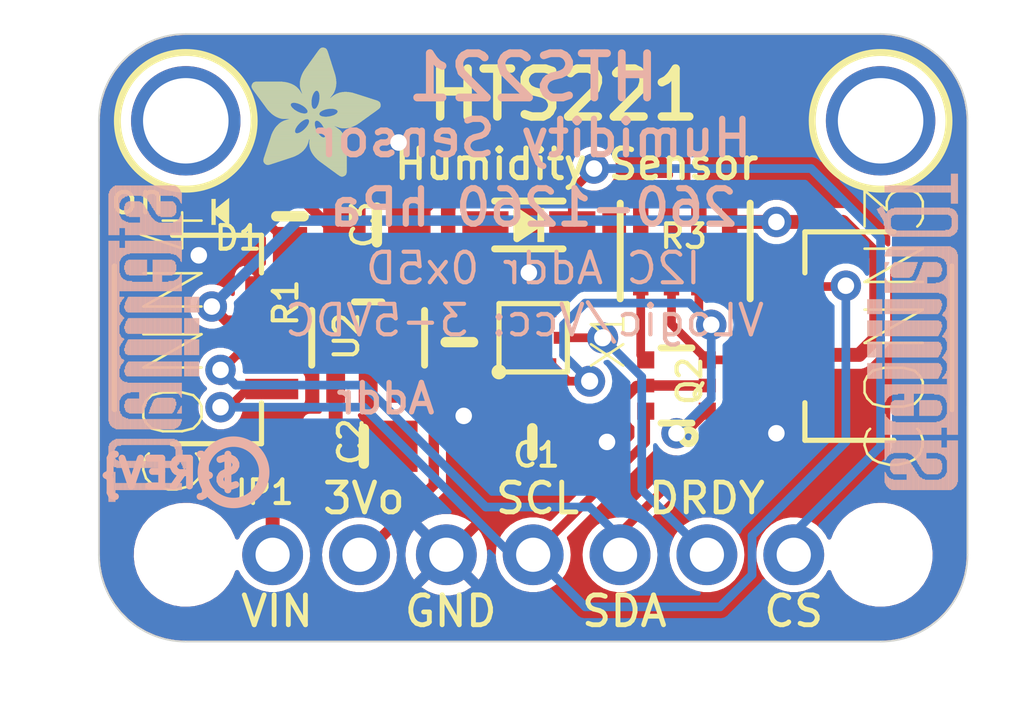
<source format=kicad_pcb>
(kicad_pcb (version 20221018) (generator pcbnew)
  (layers (0 "F.Cu" signal) (31 "B.Cu" signal) (34 "B.Paste" user) (35 "F.Paste" user) (36 "B.SilkS" user "B.Silkscreen") (37 "F.SilkS" user "F.Silkscreen") (38 "B.Mask" user) (39 "F.Mask" user) (44 "Edge.Cuts" user))
  (net 0 "")
  (net 1 "GND")
  (net 2 "3.3V")
  (net 3 "VCC")
  (net 4 "N$1")
  (net 5 "SDA_3V")
  (net 6 "SCL_3V")
  (net 7 "CS_3V")
  (net 8 "SDA")
  (net 9 "SCL")
  (net 10 "CS")
  (net 11 "DRDY")
  (footprint "working:SOT23-5" (layer "F.Cu") (at 143.6751 105.0036)
    (fp_text reference "U2" (at -0.635 -0.816 90) (layer "F.SilkS") (effects (font (size 0.692831 0.692831) (thickness 0.119969)) (justify right)))
    (fp_text value "AP2112K-3.3")
    (pad "1" smd rect (at -0.95 1.3001) (size 0.55 1.2) (layers "F.Cu" "F.Paste" "F.Mask") (net 3 "VCC"))
    (pad "2" smd rect (at 0 1.3001) (size 0.55 1.2) (layers "F.Cu" "F.Paste" "F.Mask") (net 1 "GND"))
    (pad "3" smd rect (at 0.95 1.3001) (size 0.55 1.2) (layers "F.Cu" "F.Paste" "F.Mask") (net 3 "VCC"))
    (pad "4" smd rect (at 0.95 -1.3001) (size 0.55 1.2) (layers "F.Cu" "F.Paste" "F.Mask"))
    (pad "5" smd rect (at -0.95 -1.3001) (size 0.55 1.2) (layers "F.Cu" "F.Paste" "F.Mask") (net 2 "3.3V"))
  )
  (footprint "working:MOUNTINGHOLE_2.5_PLATED" (layer "F.Cu") (at 158.6611 98.6536)
    (fp_text reference "U$17" hide)
    (fp_text value "MOUNTINGHOLE2.5" hide)
    (pad "P$1" thru_hole circle (at 0 0) (size 3.2 3.2) (drill 2.5) (layers "*.Cu" "*.Mask"))
    (zone (net 0) (net_name "") (layer "F.Cu") (connect_pads (clearance 0)) (min_thickness 0.25)
      (keepout (tracks not_allowed) (vias not_allowed) (pads not_allowed) (copperpour not_allowed) (footprints allowed))
      (fill (thermal_gap 0.5) (thermal_bridge_width 0.5))
      (polygon (pts (xy 160.6771 98.6536) (xy 160.65748 98.373027) (xy 160.599004 98.097915) (xy 160.502808 97.833619) (xy 160.370765 97.585283) (xy 160.205446 97.35774) (xy 160.010067 97.15542) (xy 159.788433 96.98226) (xy 159.544856 96.841631) (xy 159.284078 96.73627) (xy 159.011175 96.668228) (xy 158.731457 96.638828) (xy 158.450371 96.648644) (xy 158.173385 96.697484) (xy 157.905893 96.784397) (xy 157.6531 96.907693) (xy 157.419926 97.06497) (xy 157.210911 97.253169) (xy 157.030122 97.468625) (xy 156.881078 97.707145) (xy 156.76668 97.964087) (xy 156.689154 98.23445) (xy 156.650011 98.512971) (xy 156.650011 98.794229) (xy 156.689154 99.07275) (xy 156.76668 99.343113) (xy 156.881078 99.600055) (xy 157.030122 99.838575) (xy 157.210911 100.054031) (xy 157.419926 100.24223) (xy 157.6531 100.399507) (xy 157.905893 100.522803) (xy 158.173385 100.609716) (xy 158.450371 100.658556) (xy 158.731457 100.668372) (xy 159.011175 100.638972) (xy 159.284078 100.57093) (xy 159.544856 100.465569) (xy 159.788433 100.32494) (xy 160.010067 100.15178) (xy 160.205446 99.94946) (xy 160.370765 99.721917) (xy 160.502808 99.473581) (xy 160.599004 99.209285) (xy 160.65748 98.934173)))
      (polygon (pts (xy 158.6451 98.6536) (xy 158.649786 98.664914) (xy 158.6611 98.6696) (xy 158.672414 98.664914) (xy 158.6771 98.6536) (xy 158.672414 98.642286) (xy 158.6611 98.6376) (xy 158.649786 98.642286)))
    )
    (zone (net 0) (net_name "") (layer "B.Cu") (connect_pads (clearance 0)) (min_thickness 0.25)
      (keepout (tracks not_allowed) (vias not_allowed) (pads not_allowed) (copperpour not_allowed) (footprints allowed))
      (fill (thermal_gap 0.5) (thermal_bridge_width 0.5))
      (polygon (pts (xy 160.6771 98.6536) (xy 160.65748 98.373027) (xy 160.599004 98.097915) (xy 160.502808 97.833619) (xy 160.370765 97.585283) (xy 160.205446 97.35774) (xy 160.010067 97.15542) (xy 159.788433 96.98226) (xy 159.544856 96.841631) (xy 159.284078 96.73627) (xy 159.011175 96.668228) (xy 158.731457 96.638828) (xy 158.450371 96.648644) (xy 158.173385 96.697484) (xy 157.905893 96.784397) (xy 157.6531 96.907693) (xy 157.419926 97.06497) (xy 157.210911 97.253169) (xy 157.030122 97.468625) (xy 156.881078 97.707145) (xy 156.76668 97.964087) (xy 156.689154 98.23445) (xy 156.650011 98.512971) (xy 156.650011 98.794229) (xy 156.689154 99.07275) (xy 156.76668 99.343113) (xy 156.881078 99.600055) (xy 157.030122 99.838575) (xy 157.210911 100.054031) (xy 157.419926 100.24223) (xy 157.6531 100.399507) (xy 157.905893 100.522803) (xy 158.173385 100.609716) (xy 158.450371 100.658556) (xy 158.731457 100.668372) (xy 159.011175 100.638972) (xy 159.284078 100.57093) (xy 159.544856 100.465569) (xy 159.788433 100.32494) (xy 160.010067 100.15178) (xy 160.205446 99.94946) (xy 160.370765 99.721917) (xy 160.502808 99.473581) (xy 160.599004 99.209285) (xy 160.65748 98.934173)))
      (polygon (pts (xy 158.6451 98.6536) (xy 158.649786 98.664914) (xy 158.6611 98.6696) (xy 158.672414 98.664914) (xy 158.6771 98.6536) (xy 158.672414 98.642286) (xy 158.6611 98.6376) (xy 158.649786 98.642286)))
    )
  )
  (footprint "" (layer "F.Cu") (at 138.3411 111.3536)
    (fp_text reference "@HOLE0" hide)
    (fp_text value "" (at 0 0) (layer "F.SilkS") (effects (font (size 1.27 1.27))))
    (pad "" np_thru_hole circle (at 0 0) (size 2.54 2.54) (drill 2.54) (layers "*.Cu" "*.Mask"))
  )
  (footprint "working:0603-NO" (layer "F.Cu") (at 148.4757 108.0516)
    (fp_text reference "C1" (at -0.635 0.381) (layer "F.SilkS") (effects (font (size 0.692831 0.692831) (thickness 0.119969)) (justify left)))
    (fp_text value "0.1uF")
    (pad "1" smd rect (at -0.85 0) (size 1.075 1) (layers "F.Cu" "F.Paste" "F.Mask") (net 2 "3.3V"))
    (pad "2" smd rect (at 0.85 0) (size 1.075 1) (layers "F.Cu" "F.Paste" "F.Mask") (net 1 "GND"))
  )
  (footprint "working:1X07_ROUND_70" (layer "F.Cu") (at 148.5011 111.3536)
    (fp_text reference "JP1" (at -8.9662 -1.8288) (layer "F.SilkS") (effects (font (size 0.692831 0.692831) (thickness 0.119969)) (justify left)))
    (fp_text value "")
    (pad "1" thru_hole circle (at -7.62 0 90) (size 1.778 1.778) (drill 1) (layers "*.Cu" "*.Mask") (net 3 "VCC"))
    (pad "2" thru_hole circle (at -5.08 0 90) (size 1.778 1.778) (drill 1) (layers "*.Cu" "*.Mask") (net 2 "3.3V"))
    (pad "3" thru_hole circle (at -2.54 0 90) (size 1.778 1.778) (drill 1) (layers "*.Cu" "*.Mask") (net 1 "GND"))
    (pad "4" thru_hole circle (at 0 0 90) (size 1.778 1.778) (drill 1) (layers "*.Cu" "*.Mask") (net 9 "SCL"))
    (pad "5" thru_hole circle (at 2.54 0 90) (size 1.778 1.778) (drill 1) (layers "*.Cu" "*.Mask") (net 8 "SDA"))
    (pad "6" thru_hole circle (at 5.08 0 90) (size 1.778 1.778) (drill 1) (layers "*.Cu" "*.Mask") (net 11 "DRDY"))
    (pad "7" thru_hole circle (at 7.62 0 90) (size 1.778 1.778) (drill 1) (layers "*.Cu" "*.Mask") (net 10 "CS"))
  )
  (footprint "working:JST_SH4" (layer "F.Cu") (at 138.3411 105.0036 -90)
    (fp_text reference "CONN4" (at -3.965 0.323 90) (layer "F.SilkS") (effects (font (size 1.703222 1.703222) (thickness 0.074778)) (justify right)))
    (fp_text value "STEMMA_I2C_QT" hide)
    (pad "1" smd rect (at -1.5 -2.514) (size 1.55 0.6) (layers "F.Cu" "F.Paste" "F.Mask") (net 1 "GND"))
    (pad "2" smd rect (at -0.5 -2.514) (size 1.55 0.6) (layers "F.Cu" "F.Paste" "F.Mask") (net 3 "VCC"))
    (pad "3" smd rect (at 0.5 -2.514) (size 1.55 0.6) (layers "F.Cu" "F.Paste" "F.Mask") (net 8 "SDA"))
    (pad "4" smd rect (at 1.5 -2.514) (size 1.55 0.6) (layers "F.Cu" "F.Paste" "F.Mask") (net 9 "SCL"))
    (pad "MT1" smd rect (at -2.8 1.386) (size 1.8 1.2) (layers "F.Cu" "F.Paste" "F.Mask"))
    (pad "MT2" smd rect (at 2.8 1.386) (size 1.8 1.2) (layers "F.Cu" "F.Paste" "F.Mask"))
  )
  (footprint "working:MOUNTINGHOLE_2.5_PLATED" (layer "F.Cu") (at 138.3411 98.6536)
    (fp_text reference "U$1" hide)
    (fp_text value "MOUNTINGHOLE2.5" hide)
    (pad "P$1" thru_hole circle (at 0 0) (size 3.2 3.2) (drill 2.5) (layers "*.Cu" "*.Mask"))
    (zone (net 0) (net_name "") (layer "F.Cu") (connect_pads (clearance 0)) (min_thickness 0.25)
      (keepout (tracks not_allowed) (vias not_allowed) (pads not_allowed) (copperpour not_allowed) (footprints allowed))
      (fill (thermal_gap 0.5) (thermal_bridge_width 0.5))
      (polygon (pts (xy 140.3571 98.6536) (xy 140.33748 98.373027) (xy 140.279004 98.097915) (xy 140.182808 97.833619) (xy 140.050765 97.585283) (xy 139.885446 97.35774) (xy 139.690067 97.15542) (xy 139.468433 96.98226) (xy 139.224856 96.841631) (xy 138.964078 96.73627) (xy 138.691175 96.668228) (xy 138.411457 96.638828) (xy 138.130371 96.648644) (xy 137.853385 96.697484) (xy 137.585893 96.784397) (xy 137.3331 96.907693) (xy 137.099926 97.06497) (xy 136.890911 97.253169) (xy 136.710122 97.468625) (xy 136.561078 97.707145) (xy 136.44668 97.964087) (xy 136.369154 98.23445) (xy 136.330011 98.512971) (xy 136.330011 98.794229) (xy 136.369154 99.07275) (xy 136.44668 99.343113) (xy 136.561078 99.600055) (xy 136.710122 99.838575) (xy 136.890911 100.054031) (xy 137.099926 100.24223) (xy 137.3331 100.399507) (xy 137.585893 100.522803) (xy 137.853385 100.609716) (xy 138.130371 100.658556) (xy 138.411457 100.668372) (xy 138.691175 100.638972) (xy 138.964078 100.57093) (xy 139.224856 100.465569) (xy 139.468433 100.32494) (xy 139.690067 100.15178) (xy 139.885446 99.94946) (xy 140.050765 99.721917) (xy 140.182808 99.473581) (xy 140.279004 99.209285) (xy 140.33748 98.934173)))
      (polygon (pts (xy 138.3251 98.6536) (xy 138.329786 98.664914) (xy 138.3411 98.6696) (xy 138.352414 98.664914) (xy 138.3571 98.6536) (xy 138.352414 98.642286) (xy 138.3411 98.6376) (xy 138.329786 98.642286)))
    )
    (zone (net 0) (net_name "") (layer "B.Cu") (connect_pads (clearance 0)) (min_thickness 0.25)
      (keepout (tracks not_allowed) (vias not_allowed) (pads not_allowed) (copperpour not_allowed) (footprints allowed))
      (fill (thermal_gap 0.5) (thermal_bridge_width 0.5))
      (polygon (pts (xy 140.3571 98.6536) (xy 140.33748 98.373027) (xy 140.279004 98.097915) (xy 140.182808 97.833619) (xy 140.050765 97.585283) (xy 139.885446 97.35774) (xy 139.690067 97.15542) (xy 139.468433 96.98226) (xy 139.224856 96.841631) (xy 138.964078 96.73627) (xy 138.691175 96.668228) (xy 138.411457 96.638828) (xy 138.130371 96.648644) (xy 137.853385 96.697484) (xy 137.585893 96.784397) (xy 137.3331 96.907693) (xy 137.099926 97.06497) (xy 136.890911 97.253169) (xy 136.710122 97.468625) (xy 136.561078 97.707145) (xy 136.44668 97.964087) (xy 136.369154 98.23445) (xy 136.330011 98.512971) (xy 136.330011 98.794229) (xy 136.369154 99.07275) (xy 136.44668 99.343113) (xy 136.561078 99.600055) (xy 136.710122 99.838575) (xy 136.890911 100.054031) (xy 137.099926 100.24223) (xy 137.3331 100.399507) (xy 137.585893 100.522803) (xy 137.853385 100.609716) (xy 138.130371 100.658556) (xy 138.411457 100.668372) (xy 138.691175 100.638972) (xy 138.964078 100.57093) (xy 139.224856 100.465569) (xy 139.468433 100.32494) (xy 139.690067 100.15178) (xy 139.885446 99.94946) (xy 140.050765 99.721917) (xy 140.182808 99.473581) (xy 140.279004 99.209285) (xy 140.33748 98.934173)))
      (polygon (pts (xy 138.3251 98.6536) (xy 138.329786 98.664914) (xy 138.3411 98.6696) (xy 138.352414 98.664914) (xy 138.3571 98.6536) (xy 138.352414 98.642286) (xy 138.3411 98.6376) (xy 138.329786 98.642286)))
    )
  )
  (footprint "working:0603-NO" (layer "F.Cu") (at 146.3421 105.1306 -90)
    (fp_text reference "R5" hide)
    (fp_text value "10K")
    (pad "1" smd rect (at -0.85 0 270) (size 1.075 1) (layers "F.Cu" "F.Paste" "F.Mask") (net 7 "CS_3V"))
    (pad "2" smd rect (at 0.85 0 270) (size 1.075 1) (layers "F.Cu" "F.Paste" "F.Mask") (net 2 "3.3V"))
  )
  (footprint "working:CHIPLED_0603_NOOUTLINE" (layer "F.Cu") (at 139.3571 101.3206 90)
    (fp_text reference "D1" (at -0.762 1.27) (layer "F.SilkS") (effects (font (size 0.692831 0.692831) (thickness 0.119969)) (justify right)))
    (fp_text value "GREEN")
    (pad "A" smd rect (at 0 0.75 90) (size 0.8 0.8) (layers "F.Cu" "F.Paste" "F.Mask") (net 4 "N$1"))
    (pad "C" smd rect (at 0 -0.75 90) (size 0.8 0.8) (layers "F.Cu" "F.Paste" "F.Mask") (net 1 "GND"))
  )
  (footprint "working:FIDUCIAL_1MM" (layer "F.Cu") (at 155.4861 97.5995)
    (fp_text reference "FID4" hide)
    (fp_text value "FIDUCIAL_1MM" hide)
    (pad "1" smd roundrect (at 0 0) (size 1 1) (layers "F.Cu" "F.Mask") (roundrect_rratio 0.5))
  )
  (footprint "working:HLGA-6L" (layer "F.Cu") (at 148.5011 105.0036 90)
    (fp_text reference "X1" (at -1 2.2 90) (layer "F.SilkS") (effects (font (size 0.941222 0.941222) (thickness 0.074778)) (justify left)))
    (fp_text value "HTS221")
    (pad "1" smd rect (at -0.75 -0.5 270) (size 0.3 0.35) (layers "F.Cu" "F.Paste" "F.Mask") (net 2 "3.3V"))
    (pad "2" smd rect (at -0.75 0.5 270) (size 0.3 0.35) (layers "F.Cu" "F.Paste" "F.Mask") (net 6 "SCL_3V"))
    (pad "3" smd rect (at 0 0.75 180) (size 0.3 0.35) (layers "F.Cu" "F.Paste" "F.Mask") (net 11 "DRDY"))
    (pad "4" smd rect (at 0.75 0.5 270) (size 0.3 0.35) (layers "F.Cu" "F.Paste" "F.Mask") (net 5 "SDA_3V"))
    (pad "5" smd rect (at 0.75 -0.5 270) (size 0.3 0.35) (layers "F.Cu" "F.Paste" "F.Mask") (net 1 "GND"))
    (pad "6" smd rect (at 0 -0.75 180) (size 0.3 0.35) (layers "F.Cu" "F.Paste" "F.Mask") (net 7 "CS_3V"))
  )
  (footprint "working:0805-NO" (layer "F.Cu") (at 143.5481 108.1786)
    (fp_text reference "C2" (at -0.381 -0.889 90) (layer "F.SilkS") (effects (font (size 0.692831 0.692831) (thickness 0.119969)) (justify right)))
    (fp_text value "10uF")
    (pad "1" smd rect (at -0.95 0) (size 1.24 1.5) (layers "F.Cu" "F.Paste" "F.Mask") (net 3 "VCC"))
    (pad "2" smd rect (at 0.95 0) (size 1.24 1.5) (layers "F.Cu" "F.Paste" "F.Mask") (net 1 "GND"))
  )
  (footprint "working:0805-NO" (layer "F.Cu") (at 143.9291 101.7016)
    (fp_text reference "C3" (at -0.381 -0.762 90) (layer "F.SilkS") (effects (font (size 0.692831 0.692831) (thickness 0.119969)) (justify right)))
    (fp_text value "10uF")
    (pad "1" smd rect (at -0.95 0) (size 1.24 1.5) (layers "F.Cu" "F.Paste" "F.Mask") (net 2 "3.3V"))
    (pad "2" smd rect (at 0.95 0) (size 1.24 1.5) (layers "F.Cu" "F.Paste" "F.Mask") (net 1 "GND"))
  )
  (footprint "working:SOD-323" (layer "F.Cu") (at 148.3741 101.7016 180)
    (fp_text reference "D2" hide)
    (fp_text value "1N4148")
    (pad "A" smd rect (at 1.27 0 180) (size 1.35 0.8) (layers "F.Cu" "F.Paste" "F.Mask") (net 7 "CS_3V"))
    (pad "C" smd rect (at -1.27 0 180) (size 1.35 0.8) (layers "F.Cu" "F.Paste" "F.Mask") (net 10 "CS"))
  )
  (footprint "working:ADAFRUIT_3.5MM" (layer "F.Cu") (at 140.2461 100.3046)
    (fp_text reference "U$4" hide)
    (fp_text value "" hide)
  )
  (footprint "" (layer "F.Cu") (at 158.6611 111.3536)
    (fp_text reference "@HOLE1" hide)
    (fp_text value "" (at 0 0) (layer "F.SilkS") (effects (font (size 1.27 1.27))))
    (pad "" np_thru_hole circle (at 0 0) (size 2.54 2.54) (drill 2.54) (layers "*.Cu" "*.Mask"))
  )
  (footprint "working:RESPACK_4X0603" (layer "F.Cu") (at 152.9461 102.4636 180)
    (fp_text reference "R3" (at -0.711 0.432) (layer "F.SilkS") (effects (font (size 0.692831 0.692831) (thickness 0.119969)) (justify right)))
    (fp_text value "10K")
    (pad "1" smd rect (at -1.3 0.85 180) (size 0.45 0.9) (layers "F.Cu" "F.Paste" "F.Mask") (net 3 "VCC"))
    (pad "2" smd rect (at -0.4 0.85 180) (size 0.45 0.9) (layers "F.Cu" "F.Paste" "F.Mask") (net 2 "3.3V"))
    (pad "3" smd rect (at 0.4 0.85 180) (size 0.45 0.9) (layers "F.Cu" "F.Paste" "F.Mask") (net 3 "VCC"))
    (pad "4" smd rect (at 1.3 0.85 180) (size 0.45 0.9) (layers "F.Cu" "F.Paste" "F.Mask") (net 2 "3.3V"))
    (pad "5" smd rect (at 1.3 -0.85 180) (size 0.45 0.9) (layers "F.Cu" "F.Paste" "F.Mask") (net 5 "SDA_3V"))
    (pad "6" smd rect (at 0.4 -0.85 180) (size 0.45 0.9) (layers "F.Cu" "F.Paste" "F.Mask") (net 8 "SDA"))
    (pad "7" smd rect (at -0.4 -0.85 180) (size 0.45 0.9) (layers "F.Cu" "F.Paste" "F.Mask") (net 6 "SCL_3V"))
    (pad "8" smd rect (at -1.3 -0.85 180) (size 0.45 0.9) (layers "F.Cu" "F.Paste" "F.Mask") (net 9 "SCL"))
  )
  (footprint "working:FIDUCIAL_1MM" (layer "F.Cu") (at 136.8171 109.5121)
    (fp_text reference "FID3" hide)
    (fp_text value "FIDUCIAL_1MM" hide)
    (pad "1" smd roundrect (at 0 0) (size 1 1) (layers "F.Cu" "F.Mask") (roundrect_rratio 0.5))
  )
  (footprint "working:0603-NO" (layer "F.Cu") (at 141.3891 101.4476 -90)
    (fp_text reference "R1" (at 1.778 0.127 90) (layer "F.SilkS") (effects (font (size 0.692831 0.692831) (thickness 0.119969)) (justify right)))
    (fp_text value "10K")
    (pad "1" smd rect (at -0.85 0 270) (size 1.075 1) (layers "F.Cu" "F.Paste" "F.Mask") (net 2 "3.3V"))
    (pad "2" smd rect (at 0.85 0 270) (size 1.075 1) (layers "F.Cu" "F.Paste" "F.Mask") (net 4 "N$1"))
  )
  (footprint "working:SOT363" (layer "F.Cu") (at 152.6921 106.4006 90)
    (fp_text reference "Q2" (at -0.635 0.381 90) (layer "F.SilkS") (effects (font (size 0.692831 0.692831) (thickness 0.119969)) (justify left)))
    (fp_text value "BSS138")
    (pad "1" smd rect (at -0.75 0.9 90) (size 0.5 0.5) (layers "F.Cu" "F.Paste" "F.Mask") (net 6 "SCL_3V"))
    (pad "2" smd rect (at 0 0.9 90) (size 0.4 0.5) (layers "F.Cu" "F.Paste" "F.Mask") (net 2 "3.3V"))
    (pad "3" smd rect (at 0.75 0.9 90) (size 0.5 0.5) (layers "F.Cu" "F.Paste" "F.Mask") (net 8 "SDA"))
    (pad "4" smd rect (at 0.75 -0.9 90) (size 0.5 0.5) (layers "F.Cu" "F.Paste" "F.Mask") (net 5 "SDA_3V"))
    (pad "5" smd rect (at 0 -0.9 90) (size 0.4 0.5) (layers "F.Cu" "F.Paste" "F.Mask") (net 2 "3.3V"))
    (pad "6" smd rect (at -0.75 -0.9 90) (size 0.5 0.5) (layers "F.Cu" "F.Paste" "F.Mask") (net 9 "SCL"))
  )
  (footprint "working:JST_SH4" (layer "F.Cu") (at 158.6611 105.0036 90)
    (fp_text reference "CONN3" (at -4.092 0.45 90) (layer "F.SilkS") (effects (font (size 1.703222 1.703222) (thickness 0.074778)) (justify left)))
    (fp_text value "STEMMA_I2C_QT" hide)
    (pad "1" smd rect (at -1.5 -2.514 180) (size 1.55 0.6) (layers "F.Cu" "F.Paste" "F.Mask") (net 1 "GND"))
    (pad "2" smd rect (at -0.5 -2.514 180) (size 1.55 0.6) (layers "F.Cu" "F.Paste" "F.Mask") (net 3 "VCC"))
    (pad "3" smd rect (at 0.5 -2.514 180) (size 1.55 0.6) (layers "F.Cu" "F.Paste" "F.Mask") (net 8 "SDA"))
    (pad "4" smd rect (at 1.5 -2.514 180) (size 1.55 0.6) (layers "F.Cu" "F.Paste" "F.Mask") (net 9 "SCL"))
    (pad "MT1" smd rect (at -2.8 1.386 180) (size 1.8 1.2) (layers "F.Cu" "F.Paste" "F.Mask"))
    (pad "MT2" smd rect (at 2.8 1.386 180) (size 1.8 1.2) (layers "F.Cu" "F.Paste" "F.Mask"))
  )
  (footprint "working:PCBFEAT-REV-040" (layer "B.Cu") (at 139.7381 108.9406 180)
    (fp_text reference "U$25" hide)
    (fp_text value "" hide)
    (fp_text user "${REV}" (at -0.3556 -0.508) (layer "B.SilkS") (effects (font (size 0.8128 0.8128) (thickness 0.2032)) (justify left bottom mirror)))
  )
  (footprint "working:STEMMAQT" (layer "B.Cu") (at 158.2801 109.4486 90)
    (fp_text reference "U$30" hide)
    (fp_text value "" hide)
  )
  (footprint "working:STEMMAQT" (layer "B.Cu") (at 138.7221 100.5586 -90)
    (fp_text reference "U$31" hide)
    (fp_text value "" hide)
  )
  (gr_arc (start 161.2011 111.3536) (mid 160.457151 113.149651) (end 158.6611 113.8936) (stroke (width 0.05)) (layer "Edge.Cuts"))
  (gr_line (start 161.2011 111.3536) (end 161.2011 98.6536) (stroke (width 0.05)) (layer "Edge.Cuts"))
  (gr_line (start 158.6611 96.1136) (end 138.3411 96.1136) (stroke (width 0.05)) (layer "Edge.Cuts"))
  (gr_line (start 138.3411 113.8936) (end 158.6611 113.8936) (stroke (width 0.05)) (layer "Edge.Cuts"))
  (gr_arc (start 158.6611 96.1136) (mid 160.457151 96.857549) (end 161.2011 98.6536) (stroke (width 0.05)) (layer "Edge.Cuts"))
  (gr_arc (start 135.8011 98.6536) (mid 136.545049 96.857549) (end 138.3411 96.1136) (stroke (width 0.05)) (layer "Edge.Cuts"))
  (gr_line (start 135.8011 98.6536) (end 135.8011 111.3536) (stroke (width 0.05)) (layer "Edge.Cuts"))
  (gr_arc (start 138.3411 113.8936) (mid 136.545049 113.149651) (end 135.8011 111.3536) (stroke (width 0.05)) (layer "Edge.Cuts"))
  (gr_text "I2C Addr 0x5D" (at 148.5011 102.9716) (layer "B.SilkS") (effects (font (size 0.89408 0.89408) (thickness 0.12192)) (justify mirror)))
  (gr_text "HTS221" (at 148.5011 97.3836) (layer "B.SilkS") (effects (font (size 1.2954 1.2954) (thickness 0.2286)) (justify mirror)))
  (gr_text "VLogic/Vcc: 3-5VDC" (at 148.2471 104.4956) (layer "B.SilkS") (effects (font (size 0.89408 0.89408) (thickness 0.12192)) (justify mirror)))
  (gr_text "260-1260 hPa" (at 148.5011 101.1936) (layer "B.SilkS") (effects (font (size 1.03632 1.03632) (thickness 0.18288)) (justify mirror)))
  (gr_text "Humidity Sensor" (at 148.5011 99.1616) (layer "B.SilkS") (effects (font (size 1.03632 1.03632) (thickness 0.18288)) (justify mirror)))
  (gr_text "Addr" (at 144.1831 106.7816) (layer "B.SilkS") (effects (font (size 0.8636 0.8636) (thickness 0.1524)) (justify mirror)))
  (gr_text "Humidity Sensor" (at 149.7711 99.9236) (layer "F.SilkS") (effects (font (size 0.8636 0.8636) (thickness 0.1524))))
  (gr_text "GND" (at 146.0881 113.0046) (layer "F.SilkS") (effects (font (size 0.87376 0.87376) (thickness 0.14224))))
  (gr_text "CS" (at 156.1211 113.0046) (layer "F.SilkS") (effects (font (size 0.87376 0.87376) (thickness 0.14224))))
  (gr_text "SCL" (at 148.6281 109.7026) (layer "F.SilkS") (effects (font (size 0.87376 0.87376) (thickness 0.14224))))
  (gr_text "SDA" (at 151.1681 113.0046) (layer "F.SilkS") (effects (font (size 0.87376 0.87376) (thickness 0.14224))))
  (gr_text "HTS221" (at 149.3901 97.8916) (layer "F.SilkS") (effects (font (size 1.40335 1.40335) (thickness 0.24765))))
  (gr_text "3Vo" (at 143.5481 109.7026) (layer "F.SilkS") (effects (font (size 0.87376 0.87376) (thickness 0.14224))))
  (gr_text "DRDY" (at 153.5811 109.7026) (layer "F.SilkS") (effects (font (size 0.87376 0.87376) (thickness 0.14224))))
  (gr_text "VIN" (at 141.0081 113.0046) (layer "F.SilkS") (effects (font (size 0.87376 0.87376) (thickness 0.14224))))
  (gr_text "on" (at 136.0551 101.4476) (layer "F.SilkS") (effects (font (size 0.89408 0.89408) (thickness 0.12192)) (justify left bottom)))
  (segment (start 143.6751 106.3037) (end 143.6751 107.3556) (width 0.4064) (layer "F.Cu") (net 1))
  (segment (start 143.6751 107.3556) (end 144.4981 108.1786) (width 0.4064) (layer "F.Cu") (net 1))
  (via (at 150.6601 108.0516) (size 0.889) (drill 0.4826) (layers "F.Cu" "B.Cu") (net 1))
  (via (at 138.7221 102.5906) (size 0.889) (drill 0.4826) (layers "F.Cu" "B.Cu") (net 1))
  (via (at 148.3741 103.0986) (size 0.889) (drill 0.4826) (layers "F.Cu" "B.Cu") (net 1))
  (via (at 155.6131 107.7976) (size 0.889) (drill 0.4826) (layers "F.Cu" "B.Cu") (net 1))
  (via (at 146.4691 107.2896) (size 0.889) (drill 0.4826) (layers "F.Cu" "B.Cu") (net 1))
  (via (at 144.5641 99.2886) (size 0.889) (drill 0.4826) (layers "F.Cu" "B.Cu") (net 1))
  (segment (start 142.7251 103.7035) (end 142.7251 101.9556) (width 0.4064) (layer "F.Cu") (net 2))
  (segment (start 151.7921 106.4006) (end 151.7747 106.418) (width 0.3048) (layer "F.Cu") (net 2))
  (segment (start 151.9301 100.6856) (end 151.6461 100.9696) (width 0.3048) (layer "F.Cu") (net 2))
  (segment (start 142.7251 101.9556) (end 142.9791 101.7016) (width 0.4064) (layer "F.Cu") (net 2))
  (segment (start 143.5481 111.3536) (end 143.4211 111.3536) (width 0.3048) (layer "F.Cu") (net 2))
  (segment (start 143.01 103.7035) (end 144.0053 104.6988) (width 0.3048) (layer "F.Cu") (net 2))
  (segment (start 141.3891 99.9236) (end 142.9131 98.3996) (width 0.3048) (layer "F.Cu") (net 2))
  (segment (start 151.5491 98.3996) (end 152.9461 99.7966) (width 0.3048) (layer "F.Cu") (net 2))
  (segment (start 142.7251 103.7035) (end 143.01 103.7035) (width 0.3048) (layer "F.Cu") (net 2))
  (segment (start 151.7747 106.418) (end 151.521806 106.418) (width 0.3048) (layer "F.Cu") (net 2))
  (segment (start 141.3891 100.5976) (end 141.3891 99.9236) (width 0.3048) (layer "F.Cu") (net 2))
  (segment (start 145.594234 105.624466) (end 145.594234 109.307466) (width 0.3048) (layer "F.Cu") (net 2))
  (segment (start 151.521806 106.418) (end 150.777206 107.1626) (width 0.3048) (layer "F.Cu") (net 2))
  (segment (start 144.668568 104.6988) (end 145.594234 105.624466) (width 0.3048) (layer "F.Cu") (net 2))
  (segment (start 142.4931 101.7016) (end 142.9791 101.7016) (width 0.3048) (layer "F.Cu") (net 2))
  (segment (start 144.0053 104.6988) (end 144.668568 104.6988) (width 0.3048) (layer "F.Cu") (net 2))
  (segment (start 145.594234 109.307466) (end 143.5481 111.3536) (width 0.3048) (layer "F.Cu") (net 2))
  (segment (start 145.594234 105.624466) (end 145.950368 105.9806) (width 0.3048) (layer "F.Cu") (net 2))
  (segment (start 153.3461 101.0856) (end 152.9461 100.6856) (width 0.3048) (layer "F.Cu") (net 2))
  (segment (start 141.3891 100.5976) (end 142.4931 101.7016) (width 0.3048) (layer "F.Cu") (net 2))
  (segment (start 148.0011 107.6762) (end 147.6257 108.0516) (width 0.3048) (layer "F.Cu") (net 2))
  (segment (start 152.9461 100.6856) (end 151.9301 100.6856) (width 0.3048) (layer "F.Cu") (net 2))
  (segment (start 152.9461 99.7966) (end 152.9461 100.6856) (width 0.3048) (layer "F.Cu") (net 2))
  (segment (start 153.3461 101.6136) (end 153.3461 101.0856) (width 0.3048) (layer "F.Cu") (net 2))
  (segment (start 148.0011 107.1626) (end 148.0011 107.6762) (width 0.3048) (layer "F.Cu") (net 2))
  (segment (start 142.9131 98.3996) (end 151.5491 98.3996) (width 0.3048) (layer "F.Cu") (net 2))
  (segment (start 151.7921 106.4006) (end 153.5921 106.4006) (width 0.3048) (layer "F.Cu") (net 2))
  (segment (start 148.0011 105.7536) (end 148.0011 107.1626) (width 0.3048) (layer "F.Cu") (net 2))
  (segment (start 147.8621 105.8926) (end 146.4301 105.8926) (width 0.3048) (layer "F.Cu") (net 2))
  (segment (start 151.6461 100.9696) (end 151.6461 101.6136) (width 0.3048) (layer "F.Cu") (net 2))
  (segment (start 145.950368 105.9806) (end 146.3421 105.9806) (width 0.3048) (layer "F.Cu") (net 2))
  (segment (start 148.0011 105.7536) (end 147.8621 105.8926) (width 0.3048) (layer "F.Cu") (net 2))
  (segment (start 146.3421 105.9806) (end 146.4301 105.8926) (width 0.3048) (layer "F.Cu") (net 2))
  (segment (start 150.777206 107.1626) (end 148.0011 107.1626) (width 0.3048) (layer "F.Cu") (net 2))
  (segment (start 158.0341 105.5036) (end 156.1471 105.5036) (width 0.4064) (layer "F.Cu") (net 3))
  (segment (start 158.5341 102.5906) (end 158.5341 105.0036) (width 0.4064) (layer "F.Cu") (net 3))
  (segment (start 139.5175 104.5036) (end 139.1031 104.0892) (width 0.3048) (layer "F.Cu") (net 3))
  (segment (start 142.7861 105.2576) (end 142.7251 105.3186) (width 0.4064) (layer "F.Cu") (net 3))
  (segment (start 152.5461 101.6136) (end 152.5461 102.1906) (width 0.3048) (layer "F.Cu") (net 3))
  (segment (start 140.8551 104.5036) (end 139.5175 104.5036) (width 0.3048) (layer "F.Cu") (net 3))
  (segment (start 142.7251 105.3186) (end 142.7251 106.3037) (width 0.4064) (layer "F.Cu") (net 3))
  (segment (start 144.6251 106.3037) (end 144.6251 105.4456) (width 0.4064) (layer "F.Cu") (net 3))
  (segment (start 142.7251 106.3037) (end 142.7251 108.0516) (width 0.4064) (layer "F.Cu") (net 3))
  (segment (start 140.8811 111.3536) (end 140.8811 109.8956) (width 0.4064) (layer "F.Cu") (net 3))
  (segment (start 141.9101 104.5036) (end 142.7251 105.3186) (width 0.4064) (layer "F.Cu") (net 3))
  (segment (start 140.8551 104.5036) (end 141.9101 104.5036) (width 0.4064) (layer "F.Cu") (net 3))
  (segment (start 154.2461 102.1796) (end 154.2461 101.6136) (width 0.3048) (layer "F.Cu") (net 3))
  (segment (start 153.9621 102.4636) (end 154.2461 102.1796) (width 0.3048) (layer "F.Cu") (net 3))
  (segment (start 157.5571 101.6136) (end 158.5341 102.5906) (width 0.4064) (layer "F.Cu") (net 3))
  (segment (start 158.5341 105.0036) (end 158.0341 105.5036) (width 0.4064) (layer "F.Cu") (net 3))
  (segment (start 155.6131 101.6136) (end 157.5571 101.6136) (width 0.4064) (layer "F.Cu") (net 3))
  (segment (start 152.8191 102.4636) (end 153.9621 102.4636) (width 0.3048) (layer "F.Cu") (net 3))
  (segment (start 144.6251 105.4456) (end 144.4371 105.2576) (width 0.4064) (layer "F.Cu") (net 3))
  (segment (start 140.8811 109.8956) (end 142.5981 108.1786) (width 0.4064) (layer "F.Cu") (net 3))
  (segment (start 154.2461 101.6136) (end 155.6131 101.6136) (width 0.4064) (layer "F.Cu") (net 3))
  (segment (start 142.7251 108.0516) (end 142.5981 108.1786) (width 0.4064) (layer "F.Cu") (net 3))
  (segment (start 152.5461 102.1906) (end 152.8191 102.4636) (width 0.3048) (layer "F.Cu") (net 3))
  (segment (start 144.4371 105.2576) (end 142.7861 105.2576) (width 0.4064) (layer "F.Cu") (net 3))
  (via (at 139.1031 104.0892) (size 0.889) (drill 0.4826) (layers "F.Cu" "B.Cu") (net 3))
  (via (at 155.6131 101.6136) (size 0.889) (drill 0.4826) (layers "F.Cu" "B.Cu") (net 3))
  (segment (start 139.1031 104.0892) (end 141.6177 101.5746) (width 0.3048) (layer "B.Cu") (net 3))
  (segment (start 155.6131 101.5746) (end 155.6131 101.6136) (width 0.3048) (layer "B.Cu") (net 3))
  (segment (start 141.6177 101.5746) (end 155.6131 101.5746) (width 0.3048) (layer "B.Cu") (net 3))
  (segment (start 140.1071 101.3206) (end 140.4121 101.3206) (width 0.254) (layer "F.Cu") (net 4))
  (segment (start 140.4121 101.3206) (end 141.3891 102.2976) (width 0.254) (layer "F.Cu") (net 4))
  (segment (start 149.0011 104.2536) (end 149.9411 103.3136) (width 0.254) (layer "F.Cu") (net 5))
  (segment (start 151.6461 105.5046) (end 151.7921 105.6506) (width 0.254) (layer "F.Cu") (net 5))
  (segment (start 149.9411 103.3136) (end 151.6461 103.3136) (width 0.254) (layer "F.Cu") (net 5))
  (segment (start 151.6461 103.3136) (end 151.6461 105.5046) (width 0.254) (layer "F.Cu") (net 5))
  (segment (start 153.3461 104.2606) (end 153.7081 104.6226) (width 0.254) (layer "F.Cu") (net 6))
  (segment (start 153.3461 103.3136) (end 153.3461 104.2606) (width 0.254) (layer "F.Cu") (net 6))
  (segment (start 152.9451 107.7976) (end 153.5921 107.1506) (width 0.254) (layer "F.Cu") (net 6))
  (segment (start 149.0011 105.7536) (end 149.5211 106.2736) (width 0.254) (layer "F.Cu") (net 6))
  (segment (start 152.6921 107.7976) (end 152.9451 107.7976) (width 0.254) (layer "F.Cu") (net 6))
  (segment (start 149.5211 106.2736) (end 150.1521 106.2736) (width 0.254) (layer "F.Cu") (net 6))
  (via (at 152.6921 107.7976) (size 0.889) (drill 0.4826) (layers "F.Cu" "B.Cu") (net 6))
  (via (at 153.7081 104.6226) (size 0.889) (drill 0.4826) (layers "F.Cu" "B.Cu") (net 6))
  (via (at 150.1521 106.2736) (size 0.9064) (drill 0.5) (layers "F.Cu" "B.Cu") (net 6))
  (segment (start 150.0251 103.9876) (end 153.0731 103.9876) (width 0.254) (layer "B.Cu") (net 6))
  (segment (start 149.3901 104.6226) (end 150.0251 103.9876) (width 0.254) (layer "B.Cu") (net 6))
  (segment (start 149.3901 105.5116) (end 149.3901 104.6226) (width 0.254) (layer "B.Cu") (net 6))
  (segment (start 150.1521 106.2736) (end 149.3901 105.5116) (width 0.254) (layer "B.Cu") (net 6))
  (segment (start 153.7081 104.6226) (end 153.7081 106.7816) (width 0.254) (layer "B.Cu") (net 6))
  (segment (start 153.7081 106.7816) (end 152.6921 107.7976) (width 0.254) (layer "B.Cu") (net 6))
  (segment (start 153.0731 103.9876) (end 153.7081 104.6226) (width 0.254) (layer "B.Cu") (net 6))
  (segment (start 146.3421 104.2806) (end 146.3421 102.4636) (width 0.254) (layer "F.Cu") (net 7))
  (segment (start 147.0161 104.2806) (end 146.3421 104.2806) (width 0.254) (layer "F.Cu") (net 7))
  (segment (start 147.7391 105.0036) (end 147.0161 104.2806) (width 0.254) (layer "F.Cu") (net 7))
  (segment (start 146.3421 102.4636) (end 147.1041 101.7016) (width 0.254) (layer "F.Cu") (net 7))
  (segment (start 147.7511 105.0036) (end 147.7391 105.0036) (width 0.254) (layer "F.Cu") (net 7))
  (segment (start 152.5461 104.6046) (end 153.5921 105.6506) (width 0.254) (layer "F.Cu") (net 8))
  (segment (start 154.4701 105.6626) (end 154.4581 105.6506) (width 0.254) (layer "F.Cu") (net 8))
  (segment (start 139.3993 105.9434) (end 139.3571 105.9434) (width 0.254) (layer "F.Cu") (net 8))
  (segment (start 151.0411 110.7186) (end 151.0411 111.3536) (width 0.254) (layer "F.Cu") (net 8))
  (segment (start 140.8551 105.5036) (end 139.8391 105.5036) (width 0.254) (layer "F.Cu") (net 8))
  (segment (start 156.1471 104.5036) (end 155.6051 104.5036) (width 0.254) (layer "F.Cu") (net 8))
  (segment (start 139.8391 105.5036) (end 139.3993 105.9434) (width 0.254) (layer "F.Cu") (net 8))
  (segment (start 154.5336 105.5751) (end 154.5336 107.2261) (width 0.254) (layer "F.Cu") (net 8))
  (segment (start 154.4581 105.6506) (end 153.5921 105.6506) (width 0.254) (layer "F.Cu") (net 8))
  (segment (start 152.5461 103.3136) (end 152.5461 104.6046) (width 0.254) (layer "F.Cu") (net 8))
  (segment (start 154.5336 107.2261) (end 151.0411 110.7186) (width 0.254) (layer "F.Cu") (net 8))
  (segment (start 155.6051 104.5036) (end 154.5336 105.5751) (width 0.254) (layer "F.Cu") (net 8))
  (segment (start 154.5336 105.5751) (end 154.4581 105.6506) (width 0.254) (layer "F.Cu") (net 8))
  (via (at 139.3571 105.9434) (size 0.889) (drill 0.4826) (layers "F.Cu" "B.Cu") (net 8))
  (segment (start 139.3571 105.9434) (end 139.8016 106.3879) (width 0.254) (layer "B.Cu") (net 8))
  (segment (start 143.546981 106.3879) (end 147.115681 109.9566) (width 0.254) (layer "B.Cu") (net 8))
  (segment (start 143.546981 106.3879) (end 139.8016 106.3879) (width 0.254) (layer "B.Cu") (net 8))
  (segment (start 151.0411 110.8456) (end 151.0411 111.3536) (width 0.254) (layer "B.Cu") (net 8))
  (segment (start 150.1521 109.9566) (end 151.0411 110.8456) (width 0.254) (layer "B.Cu") (net 8))
  (segment (start 147.115681 109.9566) (end 150.1521 109.9566) (width 0.254) (layer "B.Cu") (net 8))
  (segment (start 140.8551 106.5036) (end 140.1431 106.5036) (width 0.254) (layer "F.Cu") (net 9))
  (segment (start 156.1471 103.5036) (end 157.6211 103.5036) (width 0.254) (layer "F.Cu") (net 9))
  (segment (start 154.4361 103.5036) (end 154.2461 103.3136) (width 0.254) (layer "F.Cu") (net 9))
  (segment (start 157.6211 103.5036) (end 157.6451 103.4796) (width 0.254) (layer "F.Cu") (net 9))
  (segment (start 139.6111 107.0356) (end 139.3571 107.0356) (width 0.254) (layer "F.Cu") (net 9))
  (segment (start 140.1431 106.5036) (end 139.6111 107.0356) (width 0.254) (layer "F.Cu") (net 9))
  (segment (start 151.7921 108.0626) (end 148.5011 111.3536) (width 0.254) (layer "F.Cu") (net 9))
  (segment (start 151.7921 107.1506) (end 151.7921 108.0626) (width 0.254) (layer "F.Cu") (net 9))
  (segment (start 156.1471 103.5036) (end 154.4361 103.5036) (width 0.254) (layer "F.Cu") (net 9))
  (via (at 157.6451 103.4796) (size 0.889) (drill 0.4826) (layers "F.Cu" "B.Cu") (net 9))
  (via (at 139.3571 107.0356) (size 0.889) (drill 0.4826) (layers "F.Cu" "B.Cu") (net 9))
  (segment (start 148.5011 111.3536) (end 150.0251 112.8776) (width 0.254) (layer "B.Cu") (net 9))
  (segment (start 154.9019 111.9378) (end 154.9019 110.7948) (width 0.254) (layer "B.Cu") (net 9))
  (segment (start 157.6451 103.4796) (end 157.6451 108.0516) (width 0.254) (layer "B.Cu") (net 9))
  (segment (start 147.8661 111.3536) (end 143.5481 107.0356) (width 0.254) (layer "B.Cu") (net 9))
  (segment (start 154.9019 110.7948) (end 157.6451 108.0516) (width 0.254) (layer "B.Cu") (net 9))
  (segment (start 139.3571 107.0356) (end 143.5481 107.0356) (width 0.254) (layer "B.Cu") (net 9))
  (segment (start 153.9621 112.8776) (end 154.9019 111.9378) (width 0.254) (layer "B.Cu") (net 9))
  (segment (start 147.8661 111.3536) (end 148.5011 111.3536) (width 0.254) (layer "B.Cu") (net 9))
  (segment (start 150.0251 112.8776) (end 153.9621 112.8776) (width 0.254) (layer "B.Cu") (net 9))
  (segment (start 150.2791 100.0506) (end 149.6441 100.6856) (width 0.254) (layer "F.Cu") (net 10))
  (segment (start 149.6441 100.6856) (end 149.6441 101.7016) (width 0.254) (layer "F.Cu") (net 10))
  (via (at 150.2791 100.0506) (size 0.889) (drill 0.4826) (layers "F.Cu" "B.Cu") (net 10))
  (segment (start 150.2791 100.0506) (end 156.6291 100.0506) (width 0.254) (layer "B.Cu") (net 10))
  (segment (start 158.6611 102.0826) (end 158.6611 108.1786) (width 0.254) (layer "B.Cu") (net 10))
  (segment (start 156.6291 100.0506) (end 158.6611 102.0826) (width 0.254) (layer "B.Cu") (net 10))
  (segment (start 156.1211 110.7186) (end 156.1211 111.3536) (width 0.254) (layer "B.Cu") (net 10))
  (segment (start 158.6611 108.1786) (end 156.1211 110.7186) (width 0.254) (layer "B.Cu") (net 10))
  (segment (start 149.2511 105.0036) (end 150.5331 105.0036) (width 0.254) (layer "F.Cu") (net 11))
  (via (at 150.5331 105.0036) (size 0.9064) (drill 0.5) (layers "F.Cu" "B.Cu") (net 11))
  (segment (start 150.5331 105.0036) (end 151.6761 106.1466) (width 0.254) (layer "B.Cu") (net 11))
  (segment (start 151.6761 106.1466) (end 151.6761 109.4486) (width 0.254) (layer "B.Cu") (net 11))
  (segment (start 151.6761 109.4486) (end 153.5811 111.3536) (width 0.254) (layer "B.Cu") (net 11))
  (zone (net 1) (net_name "GND") (layer "F.Cu") (priority 6) (connect_pads (clearance 0.000001)) (min_thickness 0.127) (fill yes (thermal_gap 0.304) (thermal_bridge_width 0.304))
    (polygon (pts (xy 161.3281 114.0206) (xy 135.6741 114.0206) (xy 135.6741 95.9866) (xy 161.3281 95.9866)))
  )
  (zone (net 1) (net_name "GND") (layer "B.Cu") (priority 6) (connect_pads (clearance 0.000001)) (min_thickness 0.127) (fill yes (thermal_gap 0.304) (thermal_bridge_width 0.304))
    (polygon (pts (xy 161.3281 114.0206) (xy 135.6741 114.0206) (xy 135.6741 95.9866) (xy 161.3281 95.9866)))
  )
)
</source>
